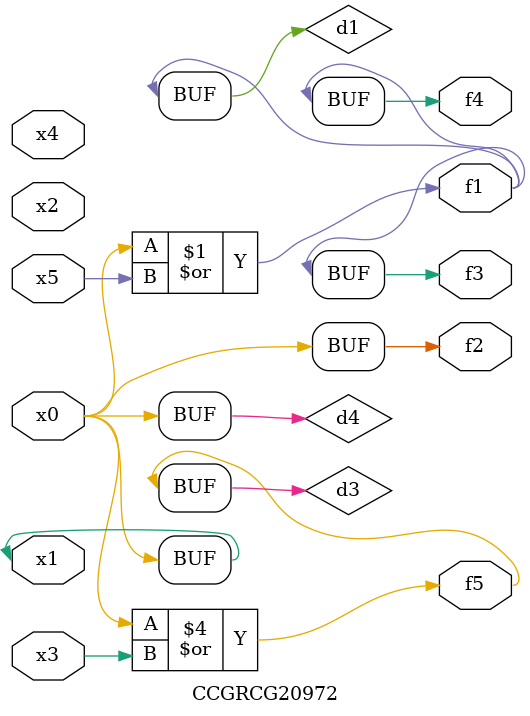
<source format=v>
module CCGRCG20972(
	input x0, x1, x2, x3, x4, x5,
	output f1, f2, f3, f4, f5
);

	wire d1, d2, d3, d4;

	or (d1, x0, x5);
	xnor (d2, x1, x4);
	or (d3, x0, x3);
	buf (d4, x0, x1);
	assign f1 = d1;
	assign f2 = d4;
	assign f3 = d1;
	assign f4 = d1;
	assign f5 = d3;
endmodule

</source>
